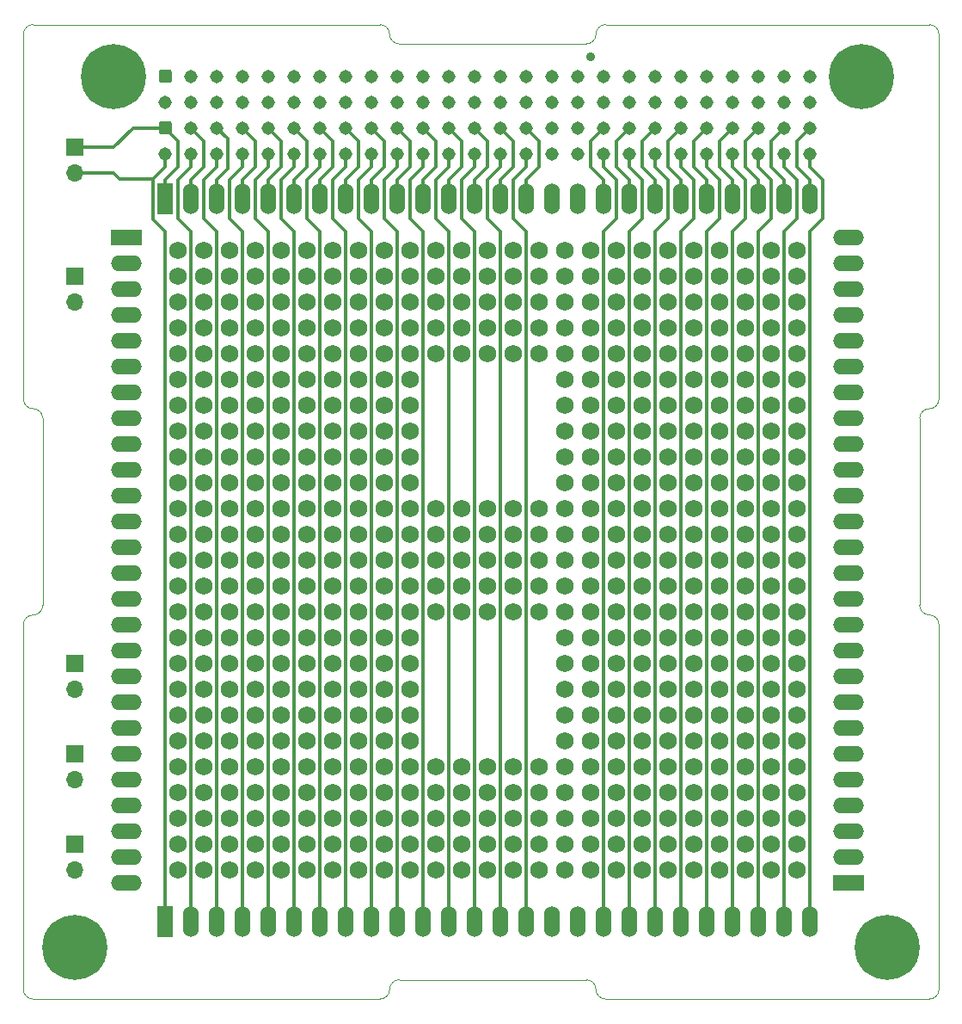
<source format=gbr>
G04 #@! TF.GenerationSoftware,KiCad,Pcbnew,(5.1.6)-1*
G04 #@! TF.CreationDate,2020-06-26T12:13:42+02:00*
G04 #@! TF.ProjectId,board_zero,626f6172-645f-47a6-9572-6f2e6b696361,1.0*
G04 #@! TF.SameCoordinates,Original*
G04 #@! TF.FileFunction,Copper,L2,Inr*
G04 #@! TF.FilePolarity,Positive*
%FSLAX46Y46*%
G04 Gerber Fmt 4.6, Leading zero omitted, Abs format (unit mm)*
G04 Created by KiCad (PCBNEW (5.1.6)-1) date 2020-06-26 12:13:42*
%MOMM*%
%LPD*%
G01*
G04 APERTURE LIST*
G04 #@! TA.AperFunction,Profile*
%ADD10C,0.100000*%
G04 #@! TD*
G04 #@! TA.AperFunction,ViaPad*
%ADD11C,1.735000*%
G04 #@! TD*
G04 #@! TA.AperFunction,ViaPad*
%ADD12C,1.310000*%
G04 #@! TD*
G04 #@! TA.AperFunction,ViaPad*
%ADD13O,1.700000X1.700000*%
G04 #@! TD*
G04 #@! TA.AperFunction,ViaPad*
%ADD14R,1.700000X1.700000*%
G04 #@! TD*
G04 #@! TA.AperFunction,ViaPad*
%ADD15C,0.800000*%
G04 #@! TD*
G04 #@! TA.AperFunction,ViaPad*
%ADD16C,6.400000*%
G04 #@! TD*
G04 #@! TA.AperFunction,ViaPad*
%ADD17R,1.524000X3.048000*%
G04 #@! TD*
G04 #@! TA.AperFunction,ViaPad*
%ADD18O,1.524000X3.048000*%
G04 #@! TD*
G04 #@! TA.AperFunction,ViaPad*
%ADD19R,3.048000X1.524000*%
G04 #@! TD*
G04 #@! TA.AperFunction,ViaPad*
%ADD20O,3.048000X1.524000*%
G04 #@! TD*
G04 #@! TA.AperFunction,ViaPad*
%ADD21C,0.900000*%
G04 #@! TD*
G04 #@! TA.AperFunction,Conductor*
%ADD22C,0.350000*%
G04 #@! TD*
G04 APERTURE END LIST*
D10*
X78930500Y-23495000D02*
G75*
G03*
X77978000Y-24447500I0J-952500D01*
G01*
X78930500Y-23495000D02*
X110807500Y-23495000D01*
X77025500Y-25400000D02*
G75*
G03*
X77978000Y-24447500I0J952500D01*
G01*
X57658000Y-24447500D02*
G75*
G03*
X58610500Y-25400000I952500J0D01*
G01*
X58610500Y-25400000D02*
X77025500Y-25400000D01*
X22542500Y-23495000D02*
X56705500Y-23495000D01*
X57658000Y-24447500D02*
G75*
G03*
X56705500Y-23495000I-952500J0D01*
G01*
X78930500Y-119380000D02*
X110807500Y-119380000D01*
X58610500Y-117475000D02*
X77025500Y-117475000D01*
X22542500Y-119380000D02*
X56705500Y-119380000D01*
X78930500Y-119380000D02*
G75*
G02*
X77978000Y-118427500I0J952500D01*
G01*
X77025500Y-117475000D02*
G75*
G02*
X77978000Y-118427500I0J-952500D01*
G01*
X57658000Y-118427500D02*
G75*
G02*
X58610500Y-117475000I952500J0D01*
G01*
X57658000Y-118427500D02*
G75*
G02*
X56705500Y-119380000I-952500J0D01*
G01*
X110807500Y-61290200D02*
G75*
G03*
X109855000Y-62242700I0J-952500D01*
G01*
X111760000Y-24447500D02*
X111760000Y-60337700D01*
X109855000Y-62242700D02*
X109855000Y-80632300D01*
X111760000Y-82537300D02*
X111760000Y-118427500D01*
X109855000Y-80632300D02*
G75*
G03*
X110807500Y-81584800I952500J0D01*
G01*
X111760000Y-82537300D02*
G75*
G03*
X110807500Y-81584800I-952500J0D01*
G01*
X110807500Y-61290200D02*
G75*
G03*
X111760000Y-60337700I0J952500D01*
G01*
X111760000Y-118427500D02*
G75*
G02*
X110807500Y-119380000I-952500J0D01*
G01*
X110807500Y-23495000D02*
G75*
G02*
X111760000Y-24447500I0J-952500D01*
G01*
X21590000Y-82537300D02*
X21590000Y-118427500D01*
X21590000Y-24447500D02*
X21590000Y-60337700D01*
X21590000Y-24447500D02*
G75*
G02*
X22542500Y-23495000I952500J0D01*
G01*
X23495000Y-62242700D02*
X23495000Y-80632300D01*
X22542500Y-61290200D02*
G75*
G02*
X21590000Y-60337700I0J952500D01*
G01*
X22542500Y-61290200D02*
G75*
G02*
X23495000Y-62242700I0J-952500D01*
G01*
X23495000Y-80632300D02*
G75*
G02*
X22542500Y-81584800I-952500J0D01*
G01*
X21590000Y-82537300D02*
G75*
G02*
X22542500Y-81584800I952500J0D01*
G01*
X22542500Y-119380000D02*
G75*
G02*
X21590000Y-118427500I0J952500D01*
G01*
D11*
X57150000Y-83820000D03*
X59690000Y-83820000D03*
X57150000Y-86360000D03*
X59690000Y-86360000D03*
X57150000Y-88900000D03*
X59690000Y-88900000D03*
X57150000Y-91440000D03*
X59690000Y-91440000D03*
X74930000Y-91440000D03*
X77470000Y-91440000D03*
X74930000Y-88900000D03*
X77470000Y-88900000D03*
X74930000Y-86360000D03*
X77470000Y-86360000D03*
X74930000Y-83820000D03*
X77470000Y-83820000D03*
X57150000Y-58420000D03*
X59690000Y-58420000D03*
X57150000Y-60960000D03*
X59690000Y-60960000D03*
X57150000Y-63500000D03*
X59690000Y-63500000D03*
X57150000Y-66040000D03*
X59690000Y-66040000D03*
X74930000Y-66040000D03*
X77470000Y-66040000D03*
X74930000Y-63500000D03*
X77470000Y-63500000D03*
X74930000Y-60960000D03*
X77470000Y-60960000D03*
X74930000Y-58420000D03*
X77470000Y-58420000D03*
X77470000Y-93980000D03*
X74930000Y-93980000D03*
X59690000Y-93980000D03*
X57150000Y-93980000D03*
X72390000Y-96520000D03*
X69850000Y-96520000D03*
X67310000Y-96520000D03*
X64770000Y-96520000D03*
X62230000Y-96520000D03*
X97790000Y-106680000D03*
X95250000Y-106680000D03*
X92710000Y-106680000D03*
X90170000Y-106680000D03*
X87630000Y-106680000D03*
X85090000Y-106680000D03*
X82550000Y-106680000D03*
X80010000Y-106680000D03*
X77470000Y-106680000D03*
X74930000Y-106680000D03*
X72390000Y-106680000D03*
X69850000Y-106680000D03*
X67310000Y-106680000D03*
X64770000Y-106680000D03*
X62230000Y-106680000D03*
X59690000Y-106680000D03*
X57150000Y-106680000D03*
X54610000Y-106680000D03*
X52070000Y-106680000D03*
X49530000Y-106680000D03*
X46990000Y-106680000D03*
X44450000Y-106680000D03*
X41910000Y-106680000D03*
X39370000Y-106680000D03*
X36830000Y-106680000D03*
X97790000Y-104140000D03*
X95250000Y-104140000D03*
X92710000Y-104140000D03*
X90170000Y-104140000D03*
X87630000Y-104140000D03*
X85090000Y-104140000D03*
X82550000Y-104140000D03*
X80010000Y-104140000D03*
X77470000Y-104140000D03*
X74930000Y-104140000D03*
X72390000Y-104140000D03*
X69850000Y-104140000D03*
X67310000Y-104140000D03*
X64770000Y-104140000D03*
X62230000Y-104140000D03*
X59690000Y-104140000D03*
X57150000Y-104140000D03*
X54610000Y-104140000D03*
X52070000Y-104140000D03*
X49530000Y-104140000D03*
X46990000Y-104140000D03*
X44450000Y-104140000D03*
X41910000Y-104140000D03*
X39370000Y-104140000D03*
X36830000Y-104140000D03*
X97790000Y-101600000D03*
X95250000Y-101600000D03*
X92710000Y-101600000D03*
X90170000Y-101600000D03*
X87630000Y-101600000D03*
X85090000Y-101600000D03*
X82550000Y-101600000D03*
X80010000Y-101600000D03*
X77470000Y-101600000D03*
X74930000Y-101600000D03*
X72390000Y-101600000D03*
X69850000Y-101600000D03*
X67310000Y-101600000D03*
X64770000Y-101600000D03*
X62230000Y-101600000D03*
X59690000Y-101600000D03*
X57150000Y-101600000D03*
X54610000Y-101600000D03*
X52070000Y-101600000D03*
X49530000Y-101600000D03*
X46990000Y-101600000D03*
X44450000Y-101600000D03*
X41910000Y-101600000D03*
X39370000Y-101600000D03*
X36830000Y-101600000D03*
X97790000Y-99060000D03*
X95250000Y-99060000D03*
X92710000Y-99060000D03*
X90170000Y-99060000D03*
X87630000Y-99060000D03*
X85090000Y-99060000D03*
X82550000Y-99060000D03*
X80010000Y-99060000D03*
X77470000Y-99060000D03*
X74930000Y-99060000D03*
X72390000Y-99060000D03*
X69850000Y-99060000D03*
X67310000Y-99060000D03*
X64770000Y-99060000D03*
X62230000Y-99060000D03*
X59690000Y-99060000D03*
X57150000Y-99060000D03*
X54610000Y-99060000D03*
X52070000Y-99060000D03*
X49530000Y-99060000D03*
X46990000Y-99060000D03*
X44450000Y-99060000D03*
X41910000Y-99060000D03*
X39370000Y-99060000D03*
X36830000Y-99060000D03*
X97790000Y-96520000D03*
X95250000Y-96520000D03*
X92710000Y-96520000D03*
X90170000Y-96520000D03*
X87630000Y-96520000D03*
X85090000Y-96520000D03*
X82550000Y-96520000D03*
X80010000Y-96520000D03*
X77470000Y-96520000D03*
X74930000Y-96520000D03*
X59690000Y-96520000D03*
X57150000Y-96520000D03*
X54610000Y-96520000D03*
X52070000Y-96520000D03*
X49530000Y-96520000D03*
X46990000Y-96520000D03*
X44450000Y-96520000D03*
X41910000Y-96520000D03*
X39370000Y-96520000D03*
X36830000Y-96520000D03*
X97790000Y-93980000D03*
X95250000Y-93980000D03*
X92710000Y-93980000D03*
X90170000Y-93980000D03*
X87630000Y-93980000D03*
X85090000Y-93980000D03*
X82550000Y-93980000D03*
X80010000Y-93980000D03*
X54610000Y-93980000D03*
X52070000Y-93980000D03*
X49530000Y-93980000D03*
X46990000Y-93980000D03*
X44450000Y-93980000D03*
X41910000Y-93980000D03*
X39370000Y-93980000D03*
X36830000Y-93980000D03*
X97790000Y-91440000D03*
X95250000Y-91440000D03*
X92710000Y-91440000D03*
X90170000Y-91440000D03*
X87630000Y-91440000D03*
X85090000Y-91440000D03*
X82550000Y-91440000D03*
X80010000Y-91440000D03*
X54610000Y-91440000D03*
X52070000Y-91440000D03*
X49530000Y-91440000D03*
X46990000Y-91440000D03*
X44450000Y-91440000D03*
X41910000Y-91440000D03*
X39370000Y-91440000D03*
X36830000Y-91440000D03*
X97790000Y-88900000D03*
X95250000Y-88900000D03*
X92710000Y-88900000D03*
X90170000Y-88900000D03*
X87630000Y-88900000D03*
X85090000Y-88900000D03*
X82550000Y-88900000D03*
X80010000Y-88900000D03*
X54610000Y-88900000D03*
X52070000Y-88900000D03*
X49530000Y-88900000D03*
X46990000Y-88900000D03*
X44450000Y-88900000D03*
X41910000Y-88900000D03*
X39370000Y-88900000D03*
X36830000Y-88900000D03*
X97790000Y-86360000D03*
X95250000Y-86360000D03*
X92710000Y-86360000D03*
X90170000Y-86360000D03*
X87630000Y-86360000D03*
X85090000Y-86360000D03*
X82550000Y-86360000D03*
X80010000Y-86360000D03*
X54610000Y-86360000D03*
X52070000Y-86360000D03*
X49530000Y-86360000D03*
X46990000Y-86360000D03*
X44450000Y-86360000D03*
X41910000Y-86360000D03*
X39370000Y-86360000D03*
X36830000Y-86360000D03*
X97790000Y-83820000D03*
X95250000Y-83820000D03*
X92710000Y-83820000D03*
X90170000Y-83820000D03*
X87630000Y-83820000D03*
X85090000Y-83820000D03*
X82550000Y-83820000D03*
X80010000Y-83820000D03*
X54610000Y-83820000D03*
X52070000Y-83820000D03*
X49530000Y-83820000D03*
X46990000Y-83820000D03*
X44450000Y-83820000D03*
X41910000Y-83820000D03*
X39370000Y-83820000D03*
X36830000Y-83820000D03*
X97790000Y-81280000D03*
X95250000Y-81280000D03*
X92710000Y-81280000D03*
X90170000Y-81280000D03*
X87630000Y-81280000D03*
X85090000Y-81280000D03*
X82550000Y-81280000D03*
X80010000Y-81280000D03*
X77470000Y-81280000D03*
X74930000Y-81280000D03*
X72390000Y-81280000D03*
X69850000Y-81280000D03*
X67310000Y-81280000D03*
X64770000Y-81280000D03*
X62230000Y-81280000D03*
X59690000Y-81280000D03*
X57150000Y-81280000D03*
X54610000Y-81280000D03*
X52070000Y-81280000D03*
X49530000Y-81280000D03*
X46990000Y-81280000D03*
X44450000Y-81280000D03*
X41910000Y-81280000D03*
X39370000Y-81280000D03*
X36830000Y-81280000D03*
X97790000Y-78740000D03*
X95250000Y-78740000D03*
X92710000Y-78740000D03*
X90170000Y-78740000D03*
X87630000Y-78740000D03*
X85090000Y-78740000D03*
X82550000Y-78740000D03*
X80010000Y-78740000D03*
X77470000Y-78740000D03*
X74930000Y-78740000D03*
X72390000Y-78740000D03*
X69850000Y-78740000D03*
X67310000Y-78740000D03*
X64770000Y-78740000D03*
X62230000Y-78740000D03*
X59690000Y-78740000D03*
X57150000Y-78740000D03*
X54610000Y-78740000D03*
X52070000Y-78740000D03*
X49530000Y-78740000D03*
X46990000Y-78740000D03*
X44450000Y-78740000D03*
X41910000Y-78740000D03*
X39370000Y-78740000D03*
X36830000Y-78740000D03*
X97790000Y-76200000D03*
X95250000Y-76200000D03*
X92710000Y-76200000D03*
X90170000Y-76200000D03*
X87630000Y-76200000D03*
X85090000Y-76200000D03*
X82550000Y-76200000D03*
X80010000Y-76200000D03*
X77470000Y-76200000D03*
X74930000Y-76200000D03*
X72390000Y-76200000D03*
X69850000Y-76200000D03*
X67310000Y-76200000D03*
X64770000Y-76200000D03*
X62230000Y-76200000D03*
X59690000Y-76200000D03*
X57150000Y-76200000D03*
X54610000Y-76200000D03*
X52070000Y-76200000D03*
X49530000Y-76200000D03*
X46990000Y-76200000D03*
X44450000Y-76200000D03*
X41910000Y-76200000D03*
X39370000Y-76200000D03*
X36830000Y-76200000D03*
X97790000Y-73660000D03*
X95250000Y-73660000D03*
X92710000Y-73660000D03*
X90170000Y-73660000D03*
X87630000Y-73660000D03*
X85090000Y-73660000D03*
X82550000Y-73660000D03*
X80010000Y-73660000D03*
X77470000Y-73660000D03*
X74930000Y-73660000D03*
X72390000Y-73660000D03*
X69850000Y-73660000D03*
X67310000Y-73660000D03*
X64770000Y-73660000D03*
X62230000Y-73660000D03*
X59690000Y-73660000D03*
X57150000Y-73660000D03*
X54610000Y-73660000D03*
X52070000Y-73660000D03*
X49530000Y-73660000D03*
X46990000Y-73660000D03*
X44450000Y-73660000D03*
X41910000Y-73660000D03*
X39370000Y-73660000D03*
X36830000Y-73660000D03*
X97790000Y-71120000D03*
X95250000Y-71120000D03*
X92710000Y-71120000D03*
X90170000Y-71120000D03*
X87630000Y-71120000D03*
X85090000Y-71120000D03*
X82550000Y-71120000D03*
X80010000Y-71120000D03*
X77470000Y-71120000D03*
X74930000Y-71120000D03*
X72390000Y-71120000D03*
X69850000Y-71120000D03*
X67310000Y-71120000D03*
X64770000Y-71120000D03*
X62230000Y-71120000D03*
X59690000Y-71120000D03*
X57150000Y-71120000D03*
X54610000Y-71120000D03*
X52070000Y-71120000D03*
X49530000Y-71120000D03*
X46990000Y-71120000D03*
X44450000Y-71120000D03*
X41910000Y-71120000D03*
X39370000Y-71120000D03*
X36830000Y-71120000D03*
X97790000Y-68580000D03*
X95250000Y-68580000D03*
X92710000Y-68580000D03*
X90170000Y-68580000D03*
X87630000Y-68580000D03*
X85090000Y-68580000D03*
X82550000Y-68580000D03*
X80010000Y-68580000D03*
X77470000Y-68580000D03*
X74930000Y-68580000D03*
X59690000Y-68580000D03*
X57150000Y-68580000D03*
X54610000Y-68580000D03*
X52070000Y-68580000D03*
X49530000Y-68580000D03*
X46990000Y-68580000D03*
X44450000Y-68580000D03*
X41910000Y-68580000D03*
X39370000Y-68580000D03*
X36830000Y-68580000D03*
X97790000Y-66040000D03*
X95250000Y-66040000D03*
X92710000Y-66040000D03*
X90170000Y-66040000D03*
X87630000Y-66040000D03*
X85090000Y-66040000D03*
X82550000Y-66040000D03*
X80010000Y-66040000D03*
X54610000Y-66040000D03*
X52070000Y-66040000D03*
X49530000Y-66040000D03*
X46990000Y-66040000D03*
X44450000Y-66040000D03*
X41910000Y-66040000D03*
X39370000Y-66040000D03*
X36830000Y-66040000D03*
X97790000Y-63500000D03*
X95250000Y-63500000D03*
X92710000Y-63500000D03*
X90170000Y-63500000D03*
X87630000Y-63500000D03*
X85090000Y-63500000D03*
X82550000Y-63500000D03*
X80010000Y-63500000D03*
X54610000Y-63500000D03*
X52070000Y-63500000D03*
X49530000Y-63500000D03*
X46990000Y-63500000D03*
X44450000Y-63500000D03*
X41910000Y-63500000D03*
X39370000Y-63500000D03*
X36830000Y-63500000D03*
X97790000Y-60960000D03*
X95250000Y-60960000D03*
X92710000Y-60960000D03*
X90170000Y-60960000D03*
X87630000Y-60960000D03*
X85090000Y-60960000D03*
X82550000Y-60960000D03*
X80010000Y-60960000D03*
X54610000Y-60960000D03*
X52070000Y-60960000D03*
X49530000Y-60960000D03*
X46990000Y-60960000D03*
X44450000Y-60960000D03*
X41910000Y-60960000D03*
X39370000Y-60960000D03*
X36830000Y-60960000D03*
X97790000Y-58420000D03*
X95250000Y-58420000D03*
X92710000Y-58420000D03*
X90170000Y-58420000D03*
X87630000Y-58420000D03*
X85090000Y-58420000D03*
X82550000Y-58420000D03*
X80010000Y-58420000D03*
X54610000Y-58420000D03*
X52070000Y-58420000D03*
X49530000Y-58420000D03*
X46990000Y-58420000D03*
X44450000Y-58420000D03*
X41910000Y-58420000D03*
X39370000Y-58420000D03*
X36830000Y-58420000D03*
X97790000Y-55880000D03*
X95250000Y-55880000D03*
X92710000Y-55880000D03*
X90170000Y-55880000D03*
X87630000Y-55880000D03*
X85090000Y-55880000D03*
X82550000Y-55880000D03*
X80010000Y-55880000D03*
X77470000Y-55880000D03*
X74930000Y-55880000D03*
X72390000Y-55880000D03*
X69850000Y-55880000D03*
X67310000Y-55880000D03*
X64770000Y-55880000D03*
X62230000Y-55880000D03*
X59690000Y-55880000D03*
X57150000Y-55880000D03*
X54610000Y-55880000D03*
X52070000Y-55880000D03*
X49530000Y-55880000D03*
X46990000Y-55880000D03*
X44450000Y-55880000D03*
X41910000Y-55880000D03*
X39370000Y-55880000D03*
X36830000Y-55880000D03*
X97790000Y-53340000D03*
X95250000Y-53340000D03*
X92710000Y-53340000D03*
X90170000Y-53340000D03*
X87630000Y-53340000D03*
X85090000Y-53340000D03*
X82550000Y-53340000D03*
X80010000Y-53340000D03*
X77470000Y-53340000D03*
X74930000Y-53340000D03*
X72390000Y-53340000D03*
X69850000Y-53340000D03*
X67310000Y-53340000D03*
X64770000Y-53340000D03*
X62230000Y-53340000D03*
X59690000Y-53340000D03*
X57150000Y-53340000D03*
X54610000Y-53340000D03*
X52070000Y-53340000D03*
X49530000Y-53340000D03*
X46990000Y-53340000D03*
X44450000Y-53340000D03*
X41910000Y-53340000D03*
X39370000Y-53340000D03*
X36830000Y-53340000D03*
X97790000Y-50800000D03*
X95250000Y-50800000D03*
X92710000Y-50800000D03*
X90170000Y-50800000D03*
X87630000Y-50800000D03*
X85090000Y-50800000D03*
X82550000Y-50800000D03*
X80010000Y-50800000D03*
X77470000Y-50800000D03*
X74930000Y-50800000D03*
X72390000Y-50800000D03*
X69850000Y-50800000D03*
X67310000Y-50800000D03*
X64770000Y-50800000D03*
X62230000Y-50800000D03*
X59690000Y-50800000D03*
X57150000Y-50800000D03*
X54610000Y-50800000D03*
X52070000Y-50800000D03*
X49530000Y-50800000D03*
X46990000Y-50800000D03*
X44450000Y-50800000D03*
X41910000Y-50800000D03*
X39370000Y-50800000D03*
X36830000Y-50800000D03*
X97790000Y-48260000D03*
X95250000Y-48260000D03*
X92710000Y-48260000D03*
X90170000Y-48260000D03*
X87630000Y-48260000D03*
X85090000Y-48260000D03*
X82550000Y-48260000D03*
X80010000Y-48260000D03*
X77470000Y-48260000D03*
X74930000Y-48260000D03*
X72390000Y-48260000D03*
X69850000Y-48260000D03*
X67310000Y-48260000D03*
X64770000Y-48260000D03*
X62230000Y-48260000D03*
X59690000Y-48260000D03*
X57150000Y-48260000D03*
X54610000Y-48260000D03*
X52070000Y-48260000D03*
X49530000Y-48260000D03*
X46990000Y-48260000D03*
X44450000Y-48260000D03*
X41910000Y-48260000D03*
X39370000Y-48260000D03*
X36830000Y-48260000D03*
X97790000Y-45720000D03*
X95250000Y-45720000D03*
X92710000Y-45720000D03*
X90170000Y-45720000D03*
X87630000Y-45720000D03*
X85090000Y-45720000D03*
X82550000Y-45720000D03*
X80010000Y-45720000D03*
X77470000Y-45720000D03*
X74930000Y-45720000D03*
X72390000Y-45720000D03*
X69850000Y-45720000D03*
X67310000Y-45720000D03*
X64770000Y-45720000D03*
X62230000Y-45720000D03*
X59690000Y-45720000D03*
X57150000Y-45720000D03*
X54610000Y-45720000D03*
X52070000Y-45720000D03*
X49530000Y-45720000D03*
X46990000Y-45720000D03*
X44450000Y-45720000D03*
X41910000Y-45720000D03*
X39370000Y-45720000D03*
X36830000Y-45720000D03*
D12*
X99060000Y-31115000D03*
X96520000Y-31115000D03*
X93980000Y-31115000D03*
X91440000Y-31115000D03*
X88900000Y-31115000D03*
X86360000Y-31115000D03*
X83820000Y-31115000D03*
X81280000Y-31115000D03*
X78740000Y-31115000D03*
X76200000Y-31115000D03*
X73660000Y-31115000D03*
X71120000Y-31115000D03*
X68580000Y-31115000D03*
X66040000Y-31115000D03*
X63500000Y-31115000D03*
X60960000Y-31115000D03*
X58420000Y-31115000D03*
X55880000Y-31115000D03*
X53340000Y-31115000D03*
X50800000Y-31115000D03*
X48260000Y-31115000D03*
X45720000Y-31115000D03*
X43180000Y-31115000D03*
X40640000Y-31115000D03*
X38100000Y-31115000D03*
X35560000Y-31115000D03*
X99060000Y-28575000D03*
X96520000Y-28575000D03*
X93980000Y-28575000D03*
X91440000Y-28575000D03*
X88900000Y-28575000D03*
X86360000Y-28575000D03*
X83820000Y-28575000D03*
X81280000Y-28575000D03*
X78740000Y-28575000D03*
X76200000Y-28575000D03*
X73660000Y-28575000D03*
X71120000Y-28575000D03*
X68580000Y-28575000D03*
X66040000Y-28575000D03*
X63500000Y-28575000D03*
X60960000Y-28575000D03*
X58420000Y-28575000D03*
X55880000Y-28575000D03*
X53340000Y-28575000D03*
X50800000Y-28575000D03*
X48260000Y-28575000D03*
X45720000Y-28575000D03*
X43180000Y-28575000D03*
X40640000Y-28575000D03*
X38100000Y-28575000D03*
G04 #@! TA.AperFunction,ViaPad*
G36*
G01*
X34905000Y-28980000D02*
X34905000Y-28170000D01*
G75*
G02*
X35155000Y-27920000I250000J0D01*
G01*
X35965000Y-27920000D01*
G75*
G02*
X36215000Y-28170000I0J-250000D01*
G01*
X36215000Y-28980000D01*
G75*
G02*
X35965000Y-29230000I-250000J0D01*
G01*
X35155000Y-29230000D01*
G75*
G02*
X34905000Y-28980000I0J250000D01*
G01*
G37*
G04 #@! TD.AperFunction*
D13*
X26670000Y-106680000D03*
D14*
X26670000Y-104140000D03*
D13*
X26670000Y-97790000D03*
D14*
X26670000Y-95250000D03*
D13*
X26670000Y-88900000D03*
D14*
X26670000Y-86360000D03*
X26670000Y-35560000D03*
D13*
X26670000Y-38100000D03*
X26670000Y-50800000D03*
D14*
X26670000Y-48260000D03*
D12*
X99060000Y-36195000D03*
X96520000Y-36195000D03*
X93980000Y-36195000D03*
X91440000Y-36195000D03*
X88900000Y-36195000D03*
X86360000Y-36195000D03*
X83820000Y-36195000D03*
X81280000Y-36195000D03*
X78740000Y-36195000D03*
X76200000Y-36195000D03*
X73660000Y-36195000D03*
X71120000Y-36195000D03*
X68580000Y-36195000D03*
X66040000Y-36195000D03*
X63500000Y-36195000D03*
X60960000Y-36195000D03*
X58420000Y-36195000D03*
X55880000Y-36195000D03*
X53340000Y-36195000D03*
X50800000Y-36195000D03*
X48260000Y-36195000D03*
X45720000Y-36195000D03*
X43180000Y-36195000D03*
X40640000Y-36195000D03*
X38100000Y-36195000D03*
X35560000Y-36195000D03*
X99060000Y-33655000D03*
X96520000Y-33655000D03*
X93980000Y-33655000D03*
X91440000Y-33655000D03*
X88900000Y-33655000D03*
X86360000Y-33655000D03*
X83820000Y-33655000D03*
X81280000Y-33655000D03*
X78740000Y-33655000D03*
X76200000Y-33655000D03*
X73660000Y-33655000D03*
X71120000Y-33655000D03*
X68580000Y-33655000D03*
X66040000Y-33655000D03*
X63500000Y-33655000D03*
X60960000Y-33655000D03*
X58420000Y-33655000D03*
X55880000Y-33655000D03*
X53340000Y-33655000D03*
X50800000Y-33655000D03*
X48260000Y-33655000D03*
X45720000Y-33655000D03*
X43180000Y-33655000D03*
X40640000Y-33655000D03*
X38100000Y-33655000D03*
G04 #@! TA.AperFunction,ViaPad*
G36*
G01*
X34905000Y-34060000D02*
X34905000Y-33250000D01*
G75*
G02*
X35155000Y-33000000I250000J0D01*
G01*
X35965000Y-33000000D01*
G75*
G02*
X36215000Y-33250000I0J-250000D01*
G01*
X36215000Y-34060000D01*
G75*
G02*
X35965000Y-34310000I-250000J0D01*
G01*
X35155000Y-34310000D01*
G75*
G02*
X34905000Y-34060000I0J250000D01*
G01*
G37*
G04 #@! TD.AperFunction*
D15*
X28367056Y-112602944D03*
X26670000Y-111900000D03*
X24972944Y-112602944D03*
X24270000Y-114300000D03*
X24972944Y-115997056D03*
X26670000Y-116700000D03*
X28367056Y-115997056D03*
X29070000Y-114300000D03*
D16*
X26670000Y-114300000D03*
D15*
X108377056Y-112602944D03*
X106680000Y-111900000D03*
X104982944Y-112602944D03*
X104280000Y-114300000D03*
X104982944Y-115997056D03*
X106680000Y-116700000D03*
X108377056Y-115997056D03*
X109080000Y-114300000D03*
D16*
X106680000Y-114300000D03*
D15*
X105837056Y-26877944D03*
X104140000Y-26175000D03*
X102442944Y-26877944D03*
X101740000Y-28575000D03*
X102442944Y-30272056D03*
X104140000Y-30975000D03*
X105837056Y-30272056D03*
X106540000Y-28575000D03*
D16*
X104140000Y-28575000D03*
D15*
X32177056Y-26877944D03*
X30480000Y-26175000D03*
X28782944Y-26877944D03*
X28080000Y-28575000D03*
X28782944Y-30272056D03*
X30480000Y-30975000D03*
X32177056Y-30272056D03*
X32880000Y-28575000D03*
D16*
X30480000Y-28575000D03*
D17*
X35560000Y-111760000D03*
D18*
X38100000Y-111760000D03*
X40640000Y-111760000D03*
X43180000Y-111760000D03*
X45720000Y-111760000D03*
X48260000Y-111760000D03*
X50800000Y-111760000D03*
X53340000Y-111760000D03*
X55880000Y-111760000D03*
X58420000Y-111760000D03*
X60960000Y-111760000D03*
X63500000Y-111760000D03*
X66040000Y-111760000D03*
X68580000Y-111760000D03*
X71120000Y-111760000D03*
X73660000Y-111760000D03*
X76200000Y-111760000D03*
X78740000Y-111760000D03*
X81280000Y-111760000D03*
X83820000Y-111760000D03*
X86360000Y-111760000D03*
X88900000Y-111760000D03*
X91440000Y-111760000D03*
X93980000Y-111760000D03*
X96520000Y-111760000D03*
X99060000Y-111760000D03*
D19*
X102870000Y-107950000D03*
D20*
X102870000Y-105410000D03*
X102870000Y-102870000D03*
X102870000Y-100330000D03*
X102870000Y-97790000D03*
X102870000Y-95250000D03*
X102870000Y-92710000D03*
X102870000Y-90170000D03*
X102870000Y-87630000D03*
X102870000Y-85090000D03*
X102870000Y-82550000D03*
X102870000Y-80010000D03*
X102870000Y-77470000D03*
X102870000Y-74930000D03*
X102870000Y-72390000D03*
X102870000Y-69850000D03*
X102870000Y-67310000D03*
X102870000Y-64770000D03*
X102870000Y-62230000D03*
X102870000Y-59690000D03*
X102870000Y-57150000D03*
X102870000Y-54610000D03*
X102870000Y-52070000D03*
X102870000Y-49530000D03*
X102870000Y-46990000D03*
X102870000Y-44450000D03*
X31750000Y-107950000D03*
X31750000Y-105410000D03*
X31750000Y-102870000D03*
X31750000Y-100330000D03*
X31750000Y-97790000D03*
X31750000Y-95250000D03*
X31750000Y-92710000D03*
X31750000Y-90170000D03*
X31750000Y-87630000D03*
X31750000Y-85090000D03*
X31750000Y-82550000D03*
X31750000Y-80010000D03*
X31750000Y-77470000D03*
X31750000Y-74930000D03*
X31750000Y-72390000D03*
X31750000Y-69850000D03*
X31750000Y-67310000D03*
X31750000Y-64770000D03*
X31750000Y-62230000D03*
X31750000Y-59690000D03*
X31750000Y-57150000D03*
X31750000Y-54610000D03*
X31750000Y-52070000D03*
X31750000Y-49530000D03*
X31750000Y-46990000D03*
D19*
X31750000Y-44450000D03*
D17*
X35560000Y-40640000D03*
D18*
X38100000Y-40640000D03*
X40640000Y-40640000D03*
X43180000Y-40640000D03*
X45720000Y-40640000D03*
X48260000Y-40640000D03*
X50800000Y-40640000D03*
X53340000Y-40640000D03*
X55880000Y-40640000D03*
X58420000Y-40640000D03*
X60960000Y-40640000D03*
X63500000Y-40640000D03*
X66040000Y-40640000D03*
X68580000Y-40640000D03*
X71120000Y-40640000D03*
X73660000Y-40640000D03*
X76200000Y-40640000D03*
X78740000Y-40640000D03*
X81280000Y-40640000D03*
X83820000Y-40640000D03*
X86360000Y-40640000D03*
X88900000Y-40640000D03*
X91440000Y-40640000D03*
X93980000Y-40640000D03*
X96520000Y-40640000D03*
X99060000Y-40640000D03*
D21*
X77470000Y-26670000D03*
D22*
X35560000Y-33655000D02*
X36830000Y-34925000D01*
X35560000Y-38735000D02*
X36830000Y-37465000D01*
X35560000Y-40640000D02*
X35560000Y-38735000D01*
X36830000Y-34925000D02*
X36830000Y-37465000D01*
X30480000Y-35560000D02*
X32385000Y-33655000D01*
X26670000Y-35560000D02*
X30480000Y-35560000D01*
X35560000Y-33655000D02*
X32385000Y-33655000D01*
X35560000Y-37465000D02*
X34372999Y-38652001D01*
X35560000Y-36195000D02*
X35560000Y-37465000D01*
X34372999Y-42627999D02*
X35560000Y-43815000D01*
X35560000Y-43815000D02*
X35560000Y-111760000D01*
X34372999Y-38652001D02*
X34372999Y-40557001D01*
X34372999Y-40557001D02*
X34372999Y-42627999D01*
X30480000Y-38100000D02*
X26670000Y-38100000D01*
X31032001Y-38652001D02*
X30480000Y-38100000D01*
X34372999Y-38652001D02*
X31032001Y-38652001D01*
X99060000Y-36195000D02*
X99060000Y-37465000D01*
X99060000Y-37465000D02*
X100330000Y-38735000D01*
X100330000Y-38735000D02*
X100330000Y-42545000D01*
X99060000Y-111760000D02*
X99060000Y-43815000D01*
X99060000Y-43815000D02*
X100330000Y-42545000D01*
X97790000Y-38735000D02*
X96520000Y-37465000D01*
X97790000Y-38735000D02*
X97790000Y-42545000D01*
X96520000Y-37465000D02*
X96520000Y-36195000D01*
X96517501Y-43817499D02*
X96517501Y-111757501D01*
X96517501Y-111757501D02*
X96520000Y-111760000D01*
X97790000Y-42545000D02*
X96517501Y-43817499D01*
X93980000Y-36195000D02*
X93980000Y-37465000D01*
X93980000Y-37465000D02*
X95250000Y-38735000D01*
X95250000Y-38735000D02*
X95250000Y-42545000D01*
X93980000Y-43815000D02*
X95250000Y-42545000D01*
X93980000Y-111760000D02*
X93980000Y-43815000D01*
X91440000Y-36195000D02*
X91440000Y-37465000D01*
X91440000Y-37465000D02*
X92710000Y-38735000D01*
X92710000Y-38735000D02*
X92710000Y-42545000D01*
X91437501Y-111757501D02*
X91440000Y-111760000D01*
X91437501Y-43817499D02*
X91437501Y-111757501D01*
X92710000Y-42545000D02*
X91437501Y-43817499D01*
X88900000Y-37465000D02*
X88900000Y-36195000D01*
X90170000Y-38735000D02*
X88900000Y-37465000D01*
X90170000Y-42545000D02*
X90170000Y-38735000D01*
X88900000Y-111760000D02*
X88900000Y-43815000D01*
X88900000Y-43815000D02*
X90170000Y-42545000D01*
X86360000Y-37465000D02*
X86360000Y-36195000D01*
X87630000Y-38735000D02*
X86360000Y-37465000D01*
X87630000Y-38735000D02*
X87630000Y-42545000D01*
X86362499Y-111757501D02*
X86360000Y-111760000D01*
X86362499Y-43812501D02*
X86362499Y-111757501D01*
X87630000Y-42545000D02*
X86362499Y-43812501D01*
X85090000Y-38735000D02*
X83820000Y-37465000D01*
X85090000Y-38735000D02*
X85090000Y-42545000D01*
X83820000Y-37465000D02*
X83820000Y-36195000D01*
X83820000Y-111760000D02*
X83820000Y-43815000D01*
X83820000Y-43815000D02*
X85090000Y-42545000D01*
X81280000Y-37465000D02*
X81280000Y-36195000D01*
X82550000Y-42545000D02*
X82550000Y-38735000D01*
X82550000Y-38735000D02*
X81280000Y-37465000D01*
X81277501Y-111757501D02*
X81280000Y-111760000D01*
X81277501Y-43817499D02*
X81277501Y-111757501D01*
X82550000Y-42545000D02*
X81277501Y-43817499D01*
X78740000Y-37465000D02*
X78740000Y-36195000D01*
X80010000Y-42545000D02*
X80010000Y-38735000D01*
X80010000Y-38735000D02*
X78740000Y-37465000D01*
X78740000Y-43815000D02*
X80010000Y-42545000D01*
X78740000Y-111760000D02*
X78740000Y-43815000D01*
X69850000Y-38735000D02*
X71120000Y-37465000D01*
X69850000Y-38735000D02*
X69850000Y-42545000D01*
X71120000Y-37465000D02*
X71120000Y-36195000D01*
X71117501Y-111757501D02*
X71120000Y-111760000D01*
X71117501Y-43812501D02*
X71117501Y-111757501D01*
X69850000Y-42545000D02*
X71117501Y-43812501D01*
X68580000Y-37465000D02*
X68580000Y-36195000D01*
X67310000Y-38735000D02*
X68580000Y-37465000D01*
X67310000Y-42545000D02*
X67310000Y-38735000D01*
X68580000Y-43815000D02*
X67310000Y-42545000D01*
X68580000Y-111760000D02*
X68580000Y-43815000D01*
X66040000Y-37465000D02*
X66040000Y-36195000D01*
X64770000Y-38735000D02*
X66040000Y-37465000D01*
X64770000Y-42545000D02*
X64770000Y-38735000D01*
X66037501Y-111757501D02*
X66040000Y-111760000D01*
X66037501Y-43812501D02*
X66037501Y-111757501D01*
X64770000Y-42545000D02*
X66037501Y-43812501D01*
X62230000Y-38735000D02*
X63500000Y-37465000D01*
X62230000Y-38735000D02*
X62230000Y-42545000D01*
X63500000Y-37465000D02*
X63500000Y-36195000D01*
X63500000Y-43815000D02*
X62230000Y-42545000D01*
X63500000Y-111760000D02*
X63500000Y-43815000D01*
X59690000Y-38735000D02*
X59690000Y-40005000D01*
X60960000Y-37121309D02*
X60960000Y-36195000D01*
X59690000Y-38735000D02*
X60960000Y-37465000D01*
X60960000Y-37465000D02*
X60960000Y-37121309D01*
X60957501Y-111757501D02*
X60960000Y-111760000D01*
X59690000Y-42545000D02*
X60957501Y-43812501D01*
X60957501Y-43812501D02*
X60957501Y-111757501D01*
X59690000Y-38735000D02*
X59690000Y-42545000D01*
X57150000Y-38735000D02*
X57150000Y-42545000D01*
X58420000Y-37465000D02*
X57150000Y-38735000D01*
X58420000Y-36195000D02*
X58420000Y-37465000D01*
X58420000Y-43815000D02*
X57150000Y-42545000D01*
X58420000Y-111760000D02*
X58420000Y-43815000D01*
X54610000Y-38735000D02*
X54610000Y-42545000D01*
X55880000Y-37465000D02*
X54610000Y-38735000D01*
X55880000Y-36195000D02*
X55880000Y-37465000D01*
X55877501Y-111757501D02*
X55880000Y-111760000D01*
X55877501Y-43812501D02*
X55877501Y-111757501D01*
X54610000Y-42545000D02*
X55877501Y-43812501D01*
X53340000Y-36195000D02*
X53340000Y-37121309D01*
X53340000Y-37465000D02*
X52070000Y-38735000D01*
X52070000Y-38735000D02*
X52070000Y-42545000D01*
X53340000Y-37465000D02*
X53340000Y-37121309D01*
X53340000Y-43815000D02*
X52070000Y-42545000D01*
X53340000Y-111760000D02*
X53340000Y-43815000D01*
X50800000Y-37465000D02*
X49530000Y-38735000D01*
X49530000Y-38735000D02*
X49530000Y-42545000D01*
X50797501Y-111757501D02*
X50800000Y-111760000D01*
X49530000Y-42545000D02*
X50797501Y-43812501D01*
X50800000Y-36195000D02*
X50800000Y-37465000D01*
X50797501Y-43812501D02*
X50797501Y-111757501D01*
X48260000Y-37465000D02*
X46990000Y-38735000D01*
X46990000Y-38735000D02*
X46990000Y-42545000D01*
X48260000Y-36195000D02*
X48260000Y-37465000D01*
X48260000Y-43815000D02*
X46990000Y-42545000D01*
X48260000Y-111760000D02*
X48260000Y-43815000D01*
X45720000Y-37465000D02*
X45720000Y-37121309D01*
X45720000Y-37121309D02*
X45720000Y-36195000D01*
X44450000Y-42545000D02*
X44450000Y-38735000D01*
X44450000Y-38735000D02*
X45720000Y-37465000D01*
X45720000Y-43815000D02*
X44450000Y-42545000D01*
X45720000Y-111760000D02*
X45720000Y-43815000D01*
X43177501Y-111757501D02*
X43180000Y-111760000D01*
X43180000Y-36195000D02*
X43180000Y-37465000D01*
X41910000Y-38735000D02*
X41910000Y-42545000D01*
X41910000Y-42545000D02*
X43177501Y-43812501D01*
X43180000Y-37465000D02*
X41910000Y-38735000D01*
X43177501Y-43812501D02*
X43177501Y-111757501D01*
X40637501Y-111757501D02*
X40640000Y-111760000D01*
X40640000Y-37465000D02*
X39370000Y-38735000D01*
X40640000Y-36195000D02*
X40640000Y-37465000D01*
X39370000Y-38735000D02*
X39370000Y-42545000D01*
X39370000Y-42545000D02*
X40637501Y-43812501D01*
X40637501Y-43812501D02*
X40637501Y-111757501D01*
X38097501Y-111757501D02*
X38100000Y-111760000D01*
X38100000Y-36195000D02*
X38100000Y-37465000D01*
X38097501Y-43812501D02*
X38097501Y-111757501D01*
X38100000Y-37465000D02*
X36830000Y-38735000D01*
X36830000Y-38735000D02*
X36830000Y-42545000D01*
X36830000Y-42545000D02*
X38097501Y-43812501D01*
X99060000Y-33655000D02*
X97790000Y-34925000D01*
X99060000Y-40640000D02*
X99060000Y-38735000D01*
X99060000Y-38735000D02*
X97790000Y-37465000D01*
X97790000Y-34925000D02*
X97790000Y-37465000D01*
X96520000Y-33655000D02*
X95250000Y-34925000D01*
X96520000Y-40640000D02*
X96520000Y-38735000D01*
X96520000Y-38735000D02*
X95250000Y-37465000D01*
X95250000Y-34925000D02*
X95250000Y-37465000D01*
X93980000Y-33655000D02*
X92710000Y-34925000D01*
X93980000Y-40640000D02*
X93980000Y-38735000D01*
X93980000Y-38735000D02*
X92710000Y-37465000D01*
X92710000Y-34925000D02*
X92710000Y-37465000D01*
X91440000Y-33655000D02*
X90170000Y-34925000D01*
X91440000Y-40640000D02*
X91440000Y-38735000D01*
X91440000Y-38735000D02*
X90170000Y-37465000D01*
X90170000Y-34925000D02*
X90170000Y-37465000D01*
X88900000Y-33655000D02*
X87630000Y-34925000D01*
X87630000Y-37465000D02*
X88900000Y-38735000D01*
X87630000Y-34925000D02*
X87630000Y-37465000D01*
X88900000Y-38735000D02*
X88900000Y-40640000D01*
X85090000Y-37465000D02*
X86360000Y-38735000D01*
X86360000Y-33655000D02*
X85090000Y-34925000D01*
X86360000Y-38735000D02*
X86360000Y-40640000D01*
X85090000Y-34925000D02*
X85090000Y-37465000D01*
X83820000Y-40640000D02*
X83820000Y-38735000D01*
X83820000Y-38735000D02*
X82550000Y-37465000D01*
X82550000Y-34925000D02*
X83820000Y-33655000D01*
X82550000Y-37465000D02*
X82550000Y-34925000D01*
X81280000Y-40640000D02*
X81280000Y-38735000D01*
X81280000Y-38735000D02*
X80010000Y-37465000D01*
X80010000Y-34925000D02*
X80010000Y-37465000D01*
X81280000Y-33655000D02*
X80010000Y-34925000D01*
X78740000Y-40640000D02*
X78740000Y-38735000D01*
X78740000Y-38735000D02*
X77470000Y-37465000D01*
X77470000Y-34925000D02*
X78105000Y-34290000D01*
X77470000Y-37465000D02*
X77470000Y-34925000D01*
X78105000Y-34290000D02*
X78740000Y-33655000D01*
X71120000Y-40640000D02*
X71120000Y-38735000D01*
X71120000Y-38735000D02*
X72390000Y-37465000D01*
X72390000Y-34925000D02*
X71120000Y-33655000D01*
X72390000Y-37465000D02*
X72390000Y-34925000D01*
X68580000Y-33655000D02*
X69850000Y-34925000D01*
X68580000Y-38735000D02*
X69850000Y-37465000D01*
X68580000Y-40640000D02*
X68580000Y-38735000D01*
X69850000Y-34925000D02*
X69850000Y-37465000D01*
X66040000Y-33655000D02*
X67310000Y-34925000D01*
X66040000Y-40640000D02*
X66040000Y-38735000D01*
X66040000Y-38735000D02*
X67310000Y-37465000D01*
X67310000Y-37465000D02*
X67310000Y-34925000D01*
X63500000Y-40640000D02*
X63500000Y-38735000D01*
X63500000Y-38735000D02*
X64770000Y-37465000D01*
X64770000Y-34925000D02*
X63500000Y-33655000D01*
X64770000Y-37465000D02*
X64770000Y-34925000D01*
X60960000Y-40640000D02*
X60960000Y-38735000D01*
X60960000Y-38735000D02*
X62230000Y-37465000D01*
X62230000Y-34925000D02*
X60960000Y-33655000D01*
X62230000Y-37465000D02*
X62230000Y-34925000D01*
X58420000Y-40640000D02*
X58420000Y-38735000D01*
X58420000Y-38735000D02*
X59690000Y-37465000D01*
X59690000Y-34925000D02*
X58420000Y-33655000D01*
X59690000Y-37465000D02*
X59690000Y-34925000D01*
X55880000Y-40640000D02*
X55880000Y-38735000D01*
X55880000Y-38735000D02*
X57150000Y-37465000D01*
X57150000Y-34925000D02*
X57150000Y-37465000D01*
X55880000Y-33655000D02*
X57150000Y-34925000D01*
X53340000Y-38735000D02*
X54610000Y-37465000D01*
X53340000Y-40640000D02*
X53340000Y-38735000D01*
X54610000Y-34925000D02*
X53340000Y-33655000D01*
X54610000Y-37465000D02*
X54610000Y-34925000D01*
X50800000Y-40640000D02*
X50800000Y-38735000D01*
X50800000Y-38735000D02*
X52070000Y-37465000D01*
X52070000Y-34925000D02*
X52070000Y-37465000D01*
X50800000Y-33655000D02*
X52070000Y-34925000D01*
X48260000Y-40640000D02*
X48260000Y-38735000D01*
X48260000Y-38735000D02*
X49530000Y-37465000D01*
X49530000Y-34925000D02*
X48260000Y-33655000D01*
X49530000Y-37465000D02*
X49530000Y-34925000D01*
X45720000Y-38735000D02*
X45720000Y-40640000D01*
X46990000Y-37465000D02*
X45720000Y-38735000D01*
X46990000Y-34925000D02*
X46990000Y-37465000D01*
X45720000Y-33655000D02*
X46990000Y-34925000D01*
X43180000Y-40640000D02*
X43180000Y-38735000D01*
X43180000Y-38735000D02*
X44450000Y-37465000D01*
X44450000Y-34925000D02*
X44450000Y-37465000D01*
X43180000Y-33655000D02*
X44450000Y-34925000D01*
X41720001Y-34735001D02*
X40640000Y-33655000D01*
X40640000Y-40640000D02*
X40640000Y-38735000D01*
X40640000Y-38735000D02*
X41720001Y-37654999D01*
X41720001Y-37654999D02*
X41720001Y-34735001D01*
X39370000Y-34925000D02*
X38100000Y-33655000D01*
X38100000Y-38735000D02*
X39370000Y-37465000D01*
X38100000Y-40640000D02*
X38100000Y-38735000D01*
X39370000Y-37465000D02*
X39370000Y-34925000D01*
M02*

</source>
